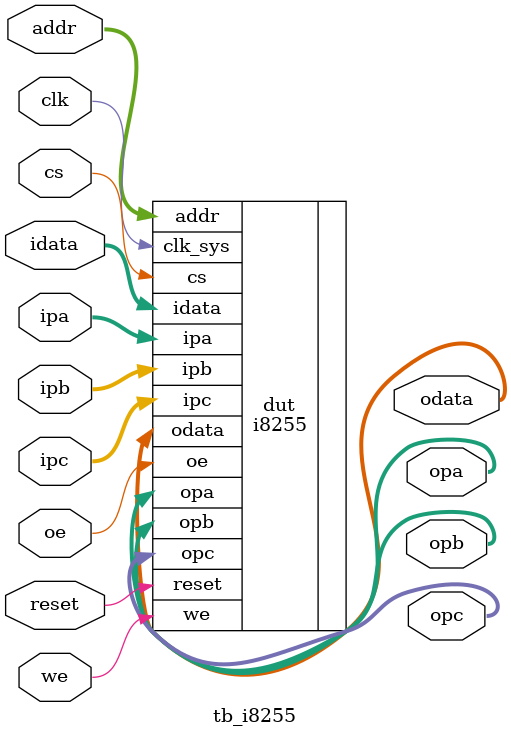
<source format=sv>
module tb_i8255(
	input           reset,
	input           clk,

	input     [1:0] addr,
	input     [7:0] idata,
	output reg[7:0] odata,
	input           cs,
	input           we,
	input           oe,

	input     [7:0] ipa, 
	output    [7:0] opa,
	input     [7:0] ipb, 
	output    [7:0] opb,
	input     [7:0] ipc, 
	output    [7:0] opc
);


// DUT instantiation - ПРАВИЛЬНОЕ подключение!
i8255 dut (
    .reset(reset),      // input от тестбенча
    .clk_sys(clk),  // input от тестбенча
    .addr(addr),        // input от тестбенча
    .idata(idata),      // input от тестбенча
    .odata(odata),      // OUTPUT к тестбенчу - ПРАВИЛЬНО!
    .cs(cs),            // input от тестбенча
    .we(we),            // input от тестбенча
    .oe(oe),            // input от тестбенча
    .ipa(ipa),          // input от тестбенча
    .opa(opa),          // OUTPUT к тестбенчу
    .ipb(ipb),          // input от тестбенча
    .opb(opb),          // OUTPUT к тестбенчу
    .ipc(ipc),          // input от тестбенча
    .opc(opc)           // OUTPUT к тестбенчу
);

endmodule

</source>
